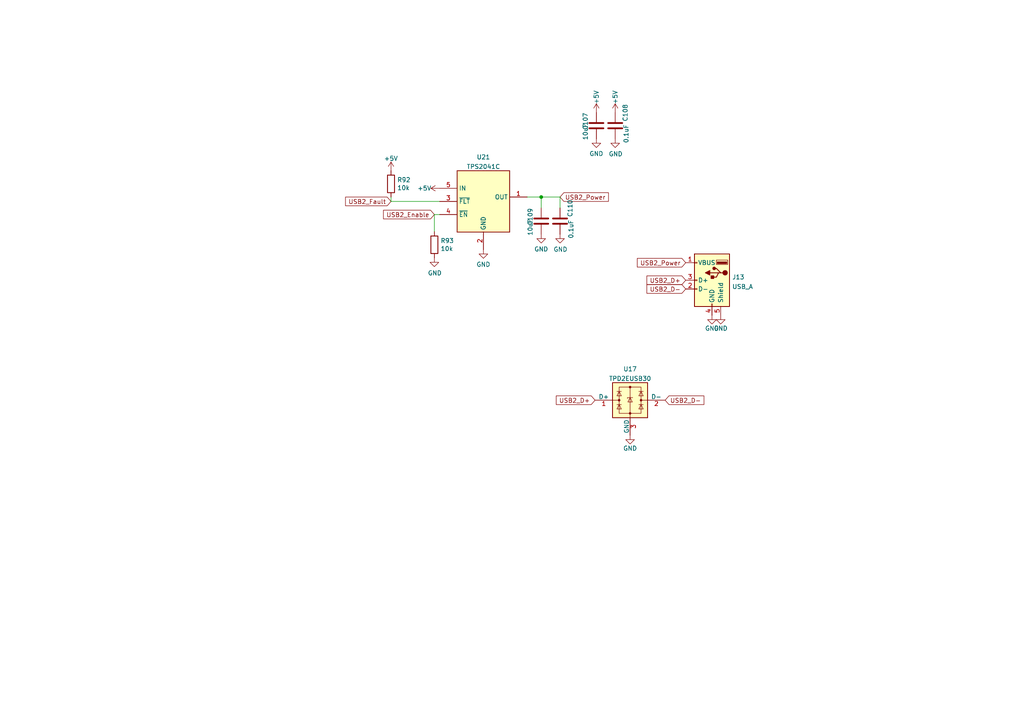
<source format=kicad_sch>
(kicad_sch (version 20211123) (generator eeschema)
  (paper "A4")
  (lib_symbols
    (symbol "Connector:USB_A" (pin_names (offset 1.016))
      (property "Reference" "J" (at -5.08 11.43 0))
      (property "Value" "USB_A" (at -5.08 8.89 0))
      (symbol "USB_A_0_1"
        (rectangle (start -5.08 -7.62) (end 5.08 7.62) (stroke (width 0.254)) (fill (type background)))
        (circle (center -3.81 2.159) (radius 0.635) (stroke (width 0.254)) (fill (type outline)))
        (rectangle (start -1.524 4.826) (end -4.318 5.334) (fill (type outline)))
        (rectangle (start -1.27 4.572) (end -4.572 5.842))
        (circle (center -0.635 3.429) (radius 0.381) (stroke (width 0.254)) (fill (type outline)))
        (rectangle (start -0.127 -7.62) (end 0.127 -6.858))
        (polyline (pts (xy -3.175 2.159) (xy -2.54 2.159) (xy -1.27 3.429) (xy -0.635 3.429)) (stroke (width 0.254)))
        (polyline (pts (xy -2.54 2.159) (xy -1.905 2.159) (xy -1.27 0.889) (xy 0 0.889)) (stroke (width 0.254)))
        (polyline (pts (xy 0.635 2.794) (xy 0.635 1.524) (xy 1.905 2.159) (xy 0.635 2.794)) (stroke (width 0.254)) (fill (type outline)))
        (rectangle (start 0.254 1.27) (end -0.508 0.508) (stroke (width 0.254)) (fill (type outline)))
        (rectangle (start 5.08 -2.667) (end 4.318 -2.413))
        (rectangle (start 5.08 -0.127) (end 4.318 0.127))
        (rectangle (start 5.08 4.953) (end 4.318 5.207))
      )
      (symbol "USB_A_1_1"
        (polyline (pts (xy -1.905 2.159) (xy 0.635 2.159)) (stroke (width 0.254)))
        (pin power_in line (at 7.62 5.08 180) (length 2.54) (name "VBUS") (number "1"))
        (pin bidirectional line (at 7.62 -2.54 180) (length 2.54) (name "D-") (number "2"))
        (pin bidirectional line (at 7.62 0 180) (length 2.54) (name "D+") (number "3"))
        (pin power_in line (at 0 -10.16 90) (length 2.54) (name "GND") (number "4"))
        (pin passive line (at -2.54 -10.16 90) (length 2.54) (name "Shield") (number "5"))
      )
    )
    (symbol "Device:C" (pin_numbers hide) (pin_names (offset 0.254))
      (property "Reference" "C" (at 0.635 2.54 0))
      (property "Value" "C" (at 0.635 -2.54 0))
      (symbol "C_0_1"
        (polyline (pts (xy -2.032 -0.762) (xy 2.032 -0.762)) (stroke (width 0.508)))
        (polyline (pts (xy -2.032 0.762) (xy 2.032 0.762)) (stroke (width 0.508)))
      )
      (symbol "C_1_1"
        (pin passive line (at 0 3.81 270) (length 2.794) (name "~") (number "1"))
        (pin passive line (at 0 -3.81 90) (length 2.794) (name "~") (number "2"))
      )
    )
    (symbol "Device:R" (pin_numbers hide) (pin_names (offset 0))
      (property "Reference" "R" (at 2.032 0 90))
      (property "Value" "R" (at 0 0 90))
      (symbol "R_0_1"
        (rectangle (start -1.016 -2.54) (end 1.016 2.54) (stroke (width 0.254)))
      )
      (symbol "R_1_1"
        (pin passive line (at 0 3.81 270) (length 1.27) (name "~") (number "1"))
        (pin passive line (at 0 -3.81 90) (length 1.27) (name "~") (number "2"))
      )
    )
    (symbol "Power_Protection:TPD2EUSB30" (pin_names (offset 0))
      (property "Reference" "U" (at 0 6.35 0))
      (property "Value" "TPD2EUSB30" (at 7.62 -7.62 0))
      (symbol "TPD2EUSB30_0_1"
        (rectangle (start -5.08 5.08) (end 5.08 -5.08) (stroke (width 0.254)) (fill (type background)))
        (circle (center -3.175 0) (radius 0.2794) (fill (type outline)))
        (rectangle (start -3.175 3.81) (end 3.175 -3.81))
        (circle (center 0 -3.81) (radius 0.2794) (fill (type outline)))
        (polyline (pts (xy -5.08 0) (xy -3.175 0)))
        (polyline (pts (xy -3.81 -1.27) (xy -2.54 -1.27)))
        (polyline (pts (xy -3.81 2.54) (xy -2.54 2.54)))
        (polyline (pts (xy 0 3.81) (xy 0 -5.08)))
        (polyline (pts (xy 2.54 -1.27) (xy 3.81 -1.27)))
        (polyline (pts (xy 2.54 2.54) (xy 3.81 2.54)))
        (polyline (pts (xy 5.08 0) (xy 3.175 0)))
        (polyline (pts (xy 0.762 0.762) (xy -0.762 0.762) (xy -0.762 0.508)))
        (polyline (pts (xy -2.54 -2.54) (xy -3.81 -2.54) (xy -3.175 -1.27) (xy -2.54 -2.54)))
        (polyline (pts (xy -2.54 1.27) (xy -3.81 1.27) (xy -3.175 2.54) (xy -2.54 1.27)))
        (polyline (pts (xy 0.635 -0.508) (xy -0.635 -0.508) (xy 0 0.762) (xy 0.635 -0.508)))
        (polyline (pts (xy 3.81 -2.54) (xy 2.54 -2.54) (xy 3.175 -1.27) (xy 3.81 -2.54)))
        (polyline (pts (xy 3.81 1.27) (xy 2.54 1.27) (xy 3.175 2.54) (xy 3.81 1.27)))
        (circle (center 0 3.81) (radius 0.2794) (fill (type outline)))
        (circle (center 3.175 0) (radius 0.2794) (fill (type outline)))
      )
      (symbol "TPD2EUSB30_1_1"
        (pin passive line (at -10.16 0 0) (length 5.08) (name "D+") (number "1"))
        (pin passive line (at 10.16 0 180) (length 5.08) (name "D-") (number "2"))
        (pin passive line (at 0 -10.16 90) (length 5.08) (name "GND") (number "3"))
      )
    )
    (symbol "Symbols:TPS2041C"
      (property "Reference" "U" (at 0 10.16 0))
      (property "Value" "TPS2041C" (at 0 12.7 0))
      (symbol "TPS2041C_0_1"
        (rectangle (start -7.62 8.89) (end 7.62 -8.89) (stroke (width 0.254)) (fill (type background)))
      )
      (symbol "TPS2041C_1_1"
        (pin power_out line (at 12.7 1.27 180) (length 5.08) (name "OUT") (number "1"))
        (pin power_in line (at 0 -13.97 90) (length 5.08) (name "GND") (number "2"))
        (pin open_collector line (at -12.7 0 0) (length 5.08) (name "~{FLT}") (number "3"))
        (pin input line (at -12.7 -3.81 0) (length 5.08) (name "~{EN}") (number "4"))
        (pin power_in line (at -12.7 3.81 0) (length 5.08) (name "IN") (number "5"))
      )
    )
    (symbol "power:+5V" (power) (pin_names (offset 0))
      (property "Value" "+5V" (at 0 3.556 0))
      (symbol "+5V_0_1"
        (polyline (pts (xy -0.762 1.27) (xy 0 2.54)))
        (polyline (pts (xy 0 0) (xy 0 2.54)))
        (polyline (pts (xy 0 2.54) (xy 0.762 1.27)))
      )
      (symbol "+5V_1_1"
        (pin power_in line (at 0 0 90) (length 0) hide (name "+5V") (number "1"))
      )
    )
    (symbol "power:GND" (power) (pin_names (offset 0))
      (property "Value" "GND" (at 0 -3.81 0))
      (symbol "GND_0_1"
        (polyline (pts (xy 0 0) (xy 0 -1.27) (xy 1.27 -1.27) (xy 0 -2.54) (xy -1.27 -1.27) (xy 0 -1.27)))
      )
      (symbol "GND_1_1"
        (pin power_in line (at 0 0 270) (length 0) hide (name "GND") (number "1"))
      )
    )
  )
  (junction (at 156.972 57.15))
  (wire (pts (xy 113.411 58.42) (xy 113.411 57.15)))
  (wire (pts (xy 125.984 62.23) (xy 125.984 67.183)))
  (wire (pts (xy 156.972 57.15) (xy 162.433 57.15)))
  (wire (pts (xy 156.972 57.15) (xy 156.972 60.325)))
  (wire (pts (xy 162.433 57.15) (xy 162.433 60.325)))
  (wire (pts (xy 152.908 57.15) (xy 156.972 57.15)))
  (wire (pts (xy 127.508 62.23) (xy 125.984 62.23)))
  (wire (pts (xy 127.508 58.42) (xy 113.411 58.42)))
  (global_label "USB2_D-" (shape input) (at 192.913 116.078 0) (property "Intersheet References" "${INTERSHEET_REFS}" (effects hide)))
  (global_label "USB2_D+" (shape input) (at 172.593 116.078 180) (property "Intersheet References" "${INTERSHEET_REFS}" (effects hide)))
  (global_label "USB2_D+" (shape input) (at 198.882 81.28 180) (property "Intersheet References" "${INTERSHEET_REFS}" (effects hide)))
  (global_label "USB2_D-" (shape input) (at 198.882 83.82 180) (property "Intersheet References" "${INTERSHEET_REFS}" (effects hide)))
  (global_label "USB2_Power" (shape input) (at 198.882 76.2 180) (property "Intersheet References" "${INTERSHEET_REFS}" (effects hide)))
  (global_label "USB2_Power" (shape input) (at 162.433 57.15 0) (property "Intersheet References" "${INTERSHEET_REFS}" (effects hide)))
  (global_label "USB2_Enable" (shape input) (at 125.984 62.23 180) (property "Intersheet References" "${INTERSHEET_REFS}" (effects hide)))
  (global_label "USB2_Fault" (shape input) (at 113.411 58.42 180) (property "Intersheet References" "${INTERSHEET_REFS}" (effects hide)))
  (symbol (lib_id "power:+5V") (at 178.435 32.639 0) (unit 1)
    (property "Reference" "#PWR0169" (effects hide))
    (property "Value" "+5V" (at 178.435 26.162 90) (effects (justify right)))
  )
  (symbol (lib_id "power:GND") (at 140.208 72.39 0) (unit 1)
    (property "Reference" "#PWR0288" (effects hide))
    (property "Value" "GND" (at 140.208 76.708 0))
  )
  (symbol (lib_id "power:GND") (at 156.972 67.945 0) (unit 1)
    (property "Reference" "#PWR0174" (effects hide))
    (property "Value" "GND" (at 156.972 72.263 0))
  )
  (symbol (lib_id "power:+5V") (at 127.508 54.61 90) (unit 1)
    (property "Reference" "#PWR0173" (effects hide))
    (property "Value" "+5V" (at 121.031 54.61 90) (effects (justify right)))
  )
  (symbol (lib_id "power:GND") (at 206.502 91.44 0) (unit 1)
    (property "Reference" "#PWR037" (effects hide))
    (property "Value" "GND" (at 206.502 95.25 0))
  )
  (symbol (lib_id "power:+5V") (at 172.974 32.639 0) (unit 1)
    (property "Reference" "#PWR0167" (effects hide))
    (property "Value" "+5V" (at 172.974 26.162 90) (effects (justify right)))
  )
  (symbol (lib_id "power:GND") (at 172.974 40.259 0) (unit 1)
    (property "Reference" "#PWR0170" (effects hide))
    (property "Value" "GND" (at 172.974 44.577 0))
  )
  (symbol (lib_id "Device:C") (at 172.974 36.449 180) (unit 1)
    (property "Reference" "C107" (at 169.799 32.639 90) (effects (justify left)))
    (property "Value" "10uF" (at 169.799 35.814 90) (effects (justify left)))
    (property "Footprint" "Capacitor_SMD:C_0805_2012Metric" (effects hide))
  )
  (symbol (lib_id "power:+5V") (at 113.411 49.53 0) (unit 1)
    (property "Reference" "#PWR0172" (effects hide))
    (property "Value" "+5V" (at 115.443 45.974 0) (effects (justify right)))
  )
  (symbol (lib_id "Device:C") (at 156.972 64.135 180) (unit 1)
    (property "Reference" "C109" (at 153.797 60.325 90) (effects (justify left)))
    (property "Value" "10uF" (at 153.797 63.5 90) (effects (justify left)))
    (property "Footprint" "Capacitor_SMD:C_0805_2012Metric" (effects hide))
  )
  (symbol (lib_id "Device:C") (at 162.433 64.135 0) (unit 1)
    (property "Reference" "C110" (at 165.354 62.9666 90) (effects (justify left)))
    (property "Value" "0.1uF" (at 165.608 69.215 90) (effects (justify left)))
    (property "Footprint" "Capacitor_SMD:C_0603_1608Metric" (effects hide))
  )
  (symbol (lib_id "Device:R") (at 113.411 53.34 0) (unit 1)
    (property "Reference" "R92" (at 115.189 52.1716 0) (effects (justify left)))
    (property "Value" "10k" (at 115.189 54.483 0) (effects (justify left)))
    (property "Footprint" "Resistor_SMD:R_0603_1608Metric" (effects hide))
  )
  (symbol (lib_id "power:GND") (at 182.753 126.238 0) (unit 1)
    (property "Reference" "#PWR0156" (effects hide))
    (property "Value" "GND" (at 182.753 130.048 0))
  )
  (symbol (lib_id "power:GND") (at 162.433 67.945 0) (unit 1)
    (property "Reference" "#PWR0238" (effects hide))
    (property "Value" "GND" (at 162.56 72.3392 0))
  )
  (symbol (lib_id "Device:C") (at 178.435 36.449 0) (unit 1)
    (property "Reference" "C108" (at 181.356 35.2806 90) (effects (justify left)))
    (property "Value" "0.1uF" (at 181.61 41.529 90) (effects (justify left)))
    (property "Footprint" "Capacitor_SMD:C_0603_1608Metric" (effects hide))
  )
  (symbol (lib_id "Symbols:TPS2041C") (at 140.208 58.42 0) (unit 1)
    (property "Reference" "U21" (at 140.208 45.5635 0))
    (property "Value" "TPS2041C" (at 140.208 48.3386 0))
    (property "Footprint" "Package_TO_SOT_SMD:SOT-23-5" (effects hide))
  )
  (symbol (lib_id "power:GND") (at 178.435 40.259 0) (unit 1)
    (property "Reference" "#PWR0171" (effects hide))
    (property "Value" "GND" (at 178.562 44.6532 0))
  )
  (symbol (lib_id "Connector:USB_A") (at 206.502 81.28 0) (mirror y) (unit 1)
    (property "Reference" "J13" (at 212.344 80.3715 0) (effects (justify right)))
    (property "Value" "USB_A" (at 212.344 83.1466 0) (effects (justify right)))
    (property "Footprint" "Connector_USB:USB_A_Wuerth_614004134726_Horizontal" (effects hide))
    (property "Datasheet" " ~" (effects hide))
  )
  (symbol (lib_id "power:GND") (at 209.042 91.44 0) (unit 1)
    (property "Reference" "#PWR038" (effects hide))
    (property "Value" "GND" (at 209.042 95.25 0))
  )
  (symbol (lib_id "Power_Protection:TPD2EUSB30") (at 182.753 116.078 0) (unit 1)
    (property "Reference" "U17" (at 182.753 107.0315 0))
    (property "Value" "TPD2EUSB30" (at 182.753 109.8066 0))
    (property "Footprint" "Package_TO_SOT_SMD:Texas_DRT-3" (effects hide))
    (property "Datasheet" "http://www.ti.com/lit/ds/symlink/tpd2eusb30a.pdf" (effects hide))
  )
  (symbol (lib_id "power:GND") (at 125.984 74.803 0) (unit 1)
    (property "Reference" "#PWR0289" (effects hide))
    (property "Value" "GND" (at 126.111 79.1972 0))
  )
  (symbol (lib_id "Device:R") (at 125.984 70.993 0) (unit 1)
    (property "Reference" "R93" (at 127.762 69.8246 0) (effects (justify left)))
    (property "Value" "10k" (at 127.762 72.136 0) (effects (justify left)))
    (property "Footprint" "Resistor_SMD:R_0603_1608Metric" (effects hide))
  )
)
</source>
